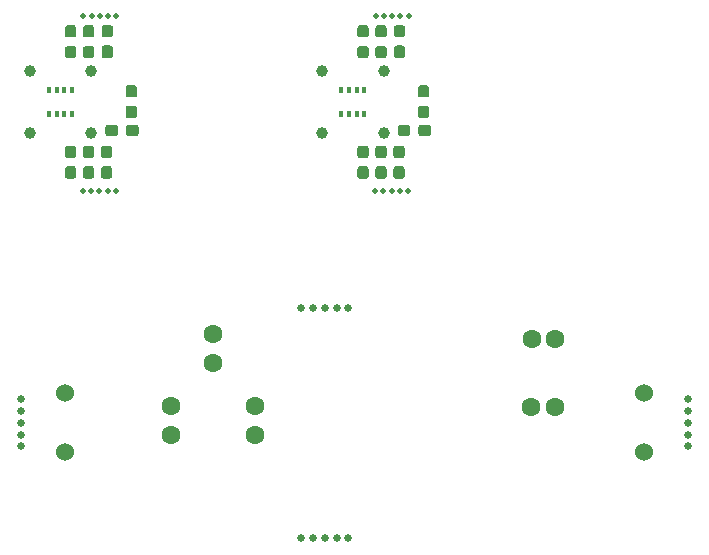
<source format=gbr>
%TF.GenerationSoftware,KiCad,Pcbnew,(5.1.0-1220-ga833aeeac)*%
%TF.CreationDate,2019-07-10T01:08:44+03:00*%
%TF.ProjectId,proto_II_panel,70726f74-6f5f-4494-995f-70616e656c2e,rev?*%
%TF.SameCoordinates,Original*%
%TF.FileFunction,Soldermask,Bot*%
%TF.FilePolarity,Negative*%
%FSLAX46Y46*%
G04 Gerber Fmt 4.6, Leading zero omitted, Abs format (unit mm)*
G04 Created by KiCad (PCBNEW (5.1.0-1220-ga833aeeac)) date 2019-07-10 01:08:44*
%MOMM*%
%LPD*%
G04 APERTURE LIST*
%ADD10C,0.160000*%
%ADD11C,0.950000*%
%ADD12C,0.500000*%
%ADD13C,1.000000*%
%ADD14R,0.350000X0.500000*%
%ADD15C,0.650000*%
%ADD16C,1.524000*%
%ADD17C,1.600000*%
G04 APERTURE END LIST*
D10*
G36*
X81553387Y-58593078D02*
G01*
X81630438Y-58644561D01*
X81681921Y-58721612D01*
X81700000Y-58812499D01*
X81700000Y-59387499D01*
X81681921Y-59478386D01*
X81630438Y-59555437D01*
X81553387Y-59606920D01*
X81462500Y-59624999D01*
X80987500Y-59624999D01*
X80896613Y-59606920D01*
X80819562Y-59555437D01*
X80768079Y-59478386D01*
X80750000Y-59387499D01*
X80750000Y-58812499D01*
X80768079Y-58721612D01*
X80819562Y-58644561D01*
X80896613Y-58593078D01*
X80987500Y-58574999D01*
X81462500Y-58574999D01*
X81553387Y-58593078D01*
X81553387Y-58593078D01*
G37*
D11*
X81225000Y-59099999D03*
D10*
G36*
X81553387Y-56843078D02*
G01*
X81630438Y-56894561D01*
X81681921Y-56971612D01*
X81700000Y-57062499D01*
X81700000Y-57637499D01*
X81681921Y-57728386D01*
X81630438Y-57805437D01*
X81553387Y-57856920D01*
X81462500Y-57874999D01*
X80987500Y-57874999D01*
X80896613Y-57856920D01*
X80819562Y-57805437D01*
X80768079Y-57728386D01*
X80750000Y-57637499D01*
X80750000Y-57062499D01*
X80768079Y-56971612D01*
X80819562Y-56894561D01*
X80896613Y-56843078D01*
X80987500Y-56824999D01*
X81462500Y-56824999D01*
X81553387Y-56843078D01*
X81553387Y-56843078D01*
G37*
D11*
X81225000Y-57349999D03*
D12*
X83700000Y-56050000D03*
X84400000Y-56050000D03*
X85100000Y-56050000D03*
X83000000Y-56050000D03*
X82300000Y-56050000D03*
X85050000Y-70850000D03*
X84350000Y-70850000D03*
X82250000Y-70850000D03*
X82950000Y-70850000D03*
X83650000Y-70850000D03*
D10*
G36*
X84603387Y-67043079D02*
G01*
X84680438Y-67094562D01*
X84731921Y-67171613D01*
X84750000Y-67262500D01*
X84750000Y-67837500D01*
X84731921Y-67928387D01*
X84680438Y-68005438D01*
X84603387Y-68056921D01*
X84512500Y-68075000D01*
X84037500Y-68075000D01*
X83946613Y-68056921D01*
X83869562Y-68005438D01*
X83818079Y-67928387D01*
X83800000Y-67837500D01*
X83800000Y-67262500D01*
X83818079Y-67171613D01*
X83869562Y-67094562D01*
X83946613Y-67043079D01*
X84037500Y-67025000D01*
X84512500Y-67025000D01*
X84603387Y-67043079D01*
X84603387Y-67043079D01*
G37*
D11*
X84275000Y-67550000D03*
D10*
G36*
X84603387Y-68793079D02*
G01*
X84680438Y-68844562D01*
X84731921Y-68921613D01*
X84750000Y-69012500D01*
X84750000Y-69587500D01*
X84731921Y-69678387D01*
X84680438Y-69755438D01*
X84603387Y-69806921D01*
X84512500Y-69825000D01*
X84037500Y-69825000D01*
X83946613Y-69806921D01*
X83869562Y-69755438D01*
X83818079Y-69678387D01*
X83800000Y-69587500D01*
X83800000Y-69012500D01*
X83818079Y-68921613D01*
X83869562Y-68844562D01*
X83946613Y-68793079D01*
X84037500Y-68775000D01*
X84512500Y-68775000D01*
X84603387Y-68793079D01*
X84603387Y-68793079D01*
G37*
D11*
X84275000Y-69300000D03*
D10*
G36*
X86828387Y-65268079D02*
G01*
X86905438Y-65319562D01*
X86956921Y-65396613D01*
X86975000Y-65487500D01*
X86975000Y-65962500D01*
X86956921Y-66053387D01*
X86905438Y-66130438D01*
X86828387Y-66181921D01*
X86737500Y-66200000D01*
X86162500Y-66200000D01*
X86071613Y-66181921D01*
X85994562Y-66130438D01*
X85943079Y-66053387D01*
X85925000Y-65962500D01*
X85925000Y-65487500D01*
X85943079Y-65396613D01*
X85994562Y-65319562D01*
X86071613Y-65268079D01*
X86162500Y-65250000D01*
X86737500Y-65250000D01*
X86828387Y-65268079D01*
X86828387Y-65268079D01*
G37*
D11*
X86450000Y-65725000D03*
D10*
G36*
X85078387Y-65268079D02*
G01*
X85155438Y-65319562D01*
X85206921Y-65396613D01*
X85225000Y-65487500D01*
X85225000Y-65962500D01*
X85206921Y-66053387D01*
X85155438Y-66130438D01*
X85078387Y-66181921D01*
X84987500Y-66200000D01*
X84412500Y-66200000D01*
X84321613Y-66181921D01*
X84244562Y-66130438D01*
X84193079Y-66053387D01*
X84175000Y-65962500D01*
X84175000Y-65487500D01*
X84193079Y-65396613D01*
X84244562Y-65319562D01*
X84321613Y-65268079D01*
X84412500Y-65250000D01*
X84987500Y-65250000D01*
X85078387Y-65268079D01*
X85078387Y-65268079D01*
G37*
D11*
X84700000Y-65725000D03*
D10*
G36*
X86678387Y-63668080D02*
G01*
X86755438Y-63719563D01*
X86806921Y-63796614D01*
X86825000Y-63887501D01*
X86825000Y-64462501D01*
X86806921Y-64553388D01*
X86755438Y-64630439D01*
X86678387Y-64681922D01*
X86587500Y-64700001D01*
X86112500Y-64700001D01*
X86021613Y-64681922D01*
X85944562Y-64630439D01*
X85893079Y-64553388D01*
X85875000Y-64462501D01*
X85875000Y-63887501D01*
X85893079Y-63796614D01*
X85944562Y-63719563D01*
X86021613Y-63668080D01*
X86112500Y-63650001D01*
X86587500Y-63650001D01*
X86678387Y-63668080D01*
X86678387Y-63668080D01*
G37*
D11*
X86350000Y-64175001D03*
D10*
G36*
X86678387Y-61918080D02*
G01*
X86755438Y-61969563D01*
X86806921Y-62046614D01*
X86825000Y-62137501D01*
X86825000Y-62712501D01*
X86806921Y-62803388D01*
X86755438Y-62880439D01*
X86678387Y-62931922D01*
X86587500Y-62950001D01*
X86112500Y-62950001D01*
X86021613Y-62931922D01*
X85944562Y-62880439D01*
X85893079Y-62803388D01*
X85875000Y-62712501D01*
X85875000Y-62137501D01*
X85893079Y-62046614D01*
X85944562Y-61969563D01*
X86021613Y-61918080D01*
X86112500Y-61900001D01*
X86587500Y-61900001D01*
X86678387Y-61918080D01*
X86678387Y-61918080D01*
G37*
D11*
X86350000Y-62425001D03*
D10*
G36*
X83078387Y-67043079D02*
G01*
X83155438Y-67094562D01*
X83206921Y-67171613D01*
X83225000Y-67262500D01*
X83225000Y-67837500D01*
X83206921Y-67928387D01*
X83155438Y-68005438D01*
X83078387Y-68056921D01*
X82987500Y-68075000D01*
X82512500Y-68075000D01*
X82421613Y-68056921D01*
X82344562Y-68005438D01*
X82293079Y-67928387D01*
X82275000Y-67837500D01*
X82275000Y-67262500D01*
X82293079Y-67171613D01*
X82344562Y-67094562D01*
X82421613Y-67043079D01*
X82512500Y-67025000D01*
X82987500Y-67025000D01*
X83078387Y-67043079D01*
X83078387Y-67043079D01*
G37*
D11*
X82750000Y-67550000D03*
D10*
G36*
X83078387Y-68793079D02*
G01*
X83155438Y-68844562D01*
X83206921Y-68921613D01*
X83225000Y-69012500D01*
X83225000Y-69587500D01*
X83206921Y-69678387D01*
X83155438Y-69755438D01*
X83078387Y-69806921D01*
X82987500Y-69825000D01*
X82512500Y-69825000D01*
X82421613Y-69806921D01*
X82344562Y-69755438D01*
X82293079Y-69678387D01*
X82275000Y-69587500D01*
X82275000Y-69012500D01*
X82293079Y-68921613D01*
X82344562Y-68844562D01*
X82421613Y-68793079D01*
X82512500Y-68775000D01*
X82987500Y-68775000D01*
X83078387Y-68793079D01*
X83078387Y-68793079D01*
G37*
D11*
X82750000Y-69300000D03*
D13*
X82975000Y-60750000D03*
X77775000Y-60750000D03*
X82975000Y-65950000D03*
X77775000Y-65950000D03*
D14*
X81350000Y-64375000D03*
X80700000Y-64375000D03*
X80050000Y-64375000D03*
X79400000Y-64375000D03*
X79400000Y-62325000D03*
X80050000Y-62325000D03*
X80700000Y-62325000D03*
X81350000Y-62325000D03*
D10*
G36*
X81553387Y-67043079D02*
G01*
X81630438Y-67094562D01*
X81681921Y-67171613D01*
X81700000Y-67262500D01*
X81700000Y-67837500D01*
X81681921Y-67928387D01*
X81630438Y-68005438D01*
X81553387Y-68056921D01*
X81462500Y-68075000D01*
X80987500Y-68075000D01*
X80896613Y-68056921D01*
X80819562Y-68005438D01*
X80768079Y-67928387D01*
X80750000Y-67837500D01*
X80750000Y-67262500D01*
X80768079Y-67171613D01*
X80819562Y-67094562D01*
X80896613Y-67043079D01*
X80987500Y-67025000D01*
X81462500Y-67025000D01*
X81553387Y-67043079D01*
X81553387Y-67043079D01*
G37*
D11*
X81225000Y-67550000D03*
D10*
G36*
X81553387Y-68793079D02*
G01*
X81630438Y-68844562D01*
X81681921Y-68921613D01*
X81700000Y-69012500D01*
X81700000Y-69587500D01*
X81681921Y-69678387D01*
X81630438Y-69755438D01*
X81553387Y-69806921D01*
X81462500Y-69825000D01*
X80987500Y-69825000D01*
X80896613Y-69806921D01*
X80819562Y-69755438D01*
X80768079Y-69678387D01*
X80750000Y-69587500D01*
X80750000Y-69012500D01*
X80768079Y-68921613D01*
X80819562Y-68844562D01*
X80896613Y-68793079D01*
X80987500Y-68775000D01*
X81462500Y-68775000D01*
X81553387Y-68793079D01*
X81553387Y-68793079D01*
G37*
D11*
X81225000Y-69300000D03*
D10*
G36*
X83078387Y-58593078D02*
G01*
X83155438Y-58644561D01*
X83206921Y-58721612D01*
X83225000Y-58812499D01*
X83225000Y-59387499D01*
X83206921Y-59478386D01*
X83155438Y-59555437D01*
X83078387Y-59606920D01*
X82987500Y-59624999D01*
X82512500Y-59624999D01*
X82421613Y-59606920D01*
X82344562Y-59555437D01*
X82293079Y-59478386D01*
X82275000Y-59387499D01*
X82275000Y-58812499D01*
X82293079Y-58721612D01*
X82344562Y-58644561D01*
X82421613Y-58593078D01*
X82512500Y-58574999D01*
X82987500Y-58574999D01*
X83078387Y-58593078D01*
X83078387Y-58593078D01*
G37*
D11*
X82750000Y-59099999D03*
D10*
G36*
X83078387Y-56843078D02*
G01*
X83155438Y-56894561D01*
X83206921Y-56971612D01*
X83225000Y-57062499D01*
X83225000Y-57637499D01*
X83206921Y-57728386D01*
X83155438Y-57805437D01*
X83078387Y-57856920D01*
X82987500Y-57874999D01*
X82512500Y-57874999D01*
X82421613Y-57856920D01*
X82344562Y-57805437D01*
X82293079Y-57728386D01*
X82275000Y-57637499D01*
X82275000Y-57062499D01*
X82293079Y-56971612D01*
X82344562Y-56894561D01*
X82421613Y-56843078D01*
X82512500Y-56824999D01*
X82987500Y-56824999D01*
X83078387Y-56843078D01*
X83078387Y-56843078D01*
G37*
D11*
X82750000Y-57349999D03*
D10*
G36*
X84653387Y-58568079D02*
G01*
X84730438Y-58619562D01*
X84781921Y-58696613D01*
X84800000Y-58787500D01*
X84800000Y-59362500D01*
X84781921Y-59453387D01*
X84730438Y-59530438D01*
X84653387Y-59581921D01*
X84562500Y-59600000D01*
X84087500Y-59600000D01*
X83996613Y-59581921D01*
X83919562Y-59530438D01*
X83868079Y-59453387D01*
X83850000Y-59362500D01*
X83850000Y-58787500D01*
X83868079Y-58696613D01*
X83919562Y-58619562D01*
X83996613Y-58568079D01*
X84087500Y-58550000D01*
X84562500Y-58550000D01*
X84653387Y-58568079D01*
X84653387Y-58568079D01*
G37*
D11*
X84325000Y-59075000D03*
D10*
G36*
X84653387Y-56818079D02*
G01*
X84730438Y-56869562D01*
X84781921Y-56946613D01*
X84800000Y-57037500D01*
X84800000Y-57612500D01*
X84781921Y-57703387D01*
X84730438Y-57780438D01*
X84653387Y-57831921D01*
X84562500Y-57850000D01*
X84087500Y-57850000D01*
X83996613Y-57831921D01*
X83919562Y-57780438D01*
X83868079Y-57703387D01*
X83850000Y-57612500D01*
X83850000Y-57037500D01*
X83868079Y-56946613D01*
X83919562Y-56869562D01*
X83996613Y-56818079D01*
X84087500Y-56800000D01*
X84562500Y-56800000D01*
X84653387Y-56818079D01*
X84653387Y-56818079D01*
G37*
D11*
X84325000Y-57325000D03*
D12*
X57550000Y-56050000D03*
X58250000Y-56050000D03*
X60350000Y-56050000D03*
X59650000Y-56050000D03*
X58950000Y-56050000D03*
X58900000Y-70850000D03*
X58200000Y-70850000D03*
X57500000Y-70850000D03*
X59600000Y-70850000D03*
X60300000Y-70850000D03*
D10*
G36*
X59903387Y-56818079D02*
G01*
X59980438Y-56869562D01*
X60031921Y-56946613D01*
X60050000Y-57037500D01*
X60050000Y-57612500D01*
X60031921Y-57703387D01*
X59980438Y-57780438D01*
X59903387Y-57831921D01*
X59812500Y-57850000D01*
X59337500Y-57850000D01*
X59246613Y-57831921D01*
X59169562Y-57780438D01*
X59118079Y-57703387D01*
X59100000Y-57612500D01*
X59100000Y-57037500D01*
X59118079Y-56946613D01*
X59169562Y-56869562D01*
X59246613Y-56818079D01*
X59337500Y-56800000D01*
X59812500Y-56800000D01*
X59903387Y-56818079D01*
X59903387Y-56818079D01*
G37*
D11*
X59575000Y-57325000D03*
D10*
G36*
X59903387Y-58568079D02*
G01*
X59980438Y-58619562D01*
X60031921Y-58696613D01*
X60050000Y-58787500D01*
X60050000Y-59362500D01*
X60031921Y-59453387D01*
X59980438Y-59530438D01*
X59903387Y-59581921D01*
X59812500Y-59600000D01*
X59337500Y-59600000D01*
X59246613Y-59581921D01*
X59169562Y-59530438D01*
X59118079Y-59453387D01*
X59100000Y-59362500D01*
X59100000Y-58787500D01*
X59118079Y-58696613D01*
X59169562Y-58619562D01*
X59246613Y-58568079D01*
X59337500Y-58550000D01*
X59812500Y-58550000D01*
X59903387Y-58568079D01*
X59903387Y-58568079D01*
G37*
D11*
X59575000Y-59075000D03*
D10*
G36*
X58328387Y-56843078D02*
G01*
X58405438Y-56894561D01*
X58456921Y-56971612D01*
X58475000Y-57062499D01*
X58475000Y-57637499D01*
X58456921Y-57728386D01*
X58405438Y-57805437D01*
X58328387Y-57856920D01*
X58237500Y-57874999D01*
X57762500Y-57874999D01*
X57671613Y-57856920D01*
X57594562Y-57805437D01*
X57543079Y-57728386D01*
X57525000Y-57637499D01*
X57525000Y-57062499D01*
X57543079Y-56971612D01*
X57594562Y-56894561D01*
X57671613Y-56843078D01*
X57762500Y-56824999D01*
X58237500Y-56824999D01*
X58328387Y-56843078D01*
X58328387Y-56843078D01*
G37*
D11*
X58000000Y-57349999D03*
D10*
G36*
X58328387Y-58593078D02*
G01*
X58405438Y-58644561D01*
X58456921Y-58721612D01*
X58475000Y-58812499D01*
X58475000Y-59387499D01*
X58456921Y-59478386D01*
X58405438Y-59555437D01*
X58328387Y-59606920D01*
X58237500Y-59624999D01*
X57762500Y-59624999D01*
X57671613Y-59606920D01*
X57594562Y-59555437D01*
X57543079Y-59478386D01*
X57525000Y-59387499D01*
X57525000Y-58812499D01*
X57543079Y-58721612D01*
X57594562Y-58644561D01*
X57671613Y-58593078D01*
X57762500Y-58574999D01*
X58237500Y-58574999D01*
X58328387Y-58593078D01*
X58328387Y-58593078D01*
G37*
D11*
X58000000Y-59099999D03*
D10*
G36*
X56803387Y-68793079D02*
G01*
X56880438Y-68844562D01*
X56931921Y-68921613D01*
X56950000Y-69012500D01*
X56950000Y-69587500D01*
X56931921Y-69678387D01*
X56880438Y-69755438D01*
X56803387Y-69806921D01*
X56712500Y-69825000D01*
X56237500Y-69825000D01*
X56146613Y-69806921D01*
X56069562Y-69755438D01*
X56018079Y-69678387D01*
X56000000Y-69587500D01*
X56000000Y-69012500D01*
X56018079Y-68921613D01*
X56069562Y-68844562D01*
X56146613Y-68793079D01*
X56237500Y-68775000D01*
X56712500Y-68775000D01*
X56803387Y-68793079D01*
X56803387Y-68793079D01*
G37*
D11*
X56475000Y-69300000D03*
D10*
G36*
X56803387Y-67043079D02*
G01*
X56880438Y-67094562D01*
X56931921Y-67171613D01*
X56950000Y-67262500D01*
X56950000Y-67837500D01*
X56931921Y-67928387D01*
X56880438Y-68005438D01*
X56803387Y-68056921D01*
X56712500Y-68075000D01*
X56237500Y-68075000D01*
X56146613Y-68056921D01*
X56069562Y-68005438D01*
X56018079Y-67928387D01*
X56000000Y-67837500D01*
X56000000Y-67262500D01*
X56018079Y-67171613D01*
X56069562Y-67094562D01*
X56146613Y-67043079D01*
X56237500Y-67025000D01*
X56712500Y-67025000D01*
X56803387Y-67043079D01*
X56803387Y-67043079D01*
G37*
D11*
X56475000Y-67550000D03*
D14*
X56600000Y-62325000D03*
X55950000Y-62325000D03*
X55300000Y-62325000D03*
X54650000Y-62325000D03*
X54650000Y-64375000D03*
X55300000Y-64375000D03*
X55950000Y-64375000D03*
X56600000Y-64375000D03*
D13*
X53025000Y-65950000D03*
X58225000Y-65950000D03*
X53025000Y-60750000D03*
X58225000Y-60750000D03*
D10*
G36*
X58328387Y-68793079D02*
G01*
X58405438Y-68844562D01*
X58456921Y-68921613D01*
X58475000Y-69012500D01*
X58475000Y-69587500D01*
X58456921Y-69678387D01*
X58405438Y-69755438D01*
X58328387Y-69806921D01*
X58237500Y-69825000D01*
X57762500Y-69825000D01*
X57671613Y-69806921D01*
X57594562Y-69755438D01*
X57543079Y-69678387D01*
X57525000Y-69587500D01*
X57525000Y-69012500D01*
X57543079Y-68921613D01*
X57594562Y-68844562D01*
X57671613Y-68793079D01*
X57762500Y-68775000D01*
X58237500Y-68775000D01*
X58328387Y-68793079D01*
X58328387Y-68793079D01*
G37*
D11*
X58000000Y-69300000D03*
D10*
G36*
X58328387Y-67043079D02*
G01*
X58405438Y-67094562D01*
X58456921Y-67171613D01*
X58475000Y-67262500D01*
X58475000Y-67837500D01*
X58456921Y-67928387D01*
X58405438Y-68005438D01*
X58328387Y-68056921D01*
X58237500Y-68075000D01*
X57762500Y-68075000D01*
X57671613Y-68056921D01*
X57594562Y-68005438D01*
X57543079Y-67928387D01*
X57525000Y-67837500D01*
X57525000Y-67262500D01*
X57543079Y-67171613D01*
X57594562Y-67094562D01*
X57671613Y-67043079D01*
X57762500Y-67025000D01*
X58237500Y-67025000D01*
X58328387Y-67043079D01*
X58328387Y-67043079D01*
G37*
D11*
X58000000Y-67550000D03*
D10*
G36*
X61928387Y-61918080D02*
G01*
X62005438Y-61969563D01*
X62056921Y-62046614D01*
X62075000Y-62137501D01*
X62075000Y-62712501D01*
X62056921Y-62803388D01*
X62005438Y-62880439D01*
X61928387Y-62931922D01*
X61837500Y-62950001D01*
X61362500Y-62950001D01*
X61271613Y-62931922D01*
X61194562Y-62880439D01*
X61143079Y-62803388D01*
X61125000Y-62712501D01*
X61125000Y-62137501D01*
X61143079Y-62046614D01*
X61194562Y-61969563D01*
X61271613Y-61918080D01*
X61362500Y-61900001D01*
X61837500Y-61900001D01*
X61928387Y-61918080D01*
X61928387Y-61918080D01*
G37*
D11*
X61600000Y-62425001D03*
D10*
G36*
X61928387Y-63668080D02*
G01*
X62005438Y-63719563D01*
X62056921Y-63796614D01*
X62075000Y-63887501D01*
X62075000Y-64462501D01*
X62056921Y-64553388D01*
X62005438Y-64630439D01*
X61928387Y-64681922D01*
X61837500Y-64700001D01*
X61362500Y-64700001D01*
X61271613Y-64681922D01*
X61194562Y-64630439D01*
X61143079Y-64553388D01*
X61125000Y-64462501D01*
X61125000Y-63887501D01*
X61143079Y-63796614D01*
X61194562Y-63719563D01*
X61271613Y-63668080D01*
X61362500Y-63650001D01*
X61837500Y-63650001D01*
X61928387Y-63668080D01*
X61928387Y-63668080D01*
G37*
D11*
X61600000Y-64175001D03*
D10*
G36*
X60328387Y-65268079D02*
G01*
X60405438Y-65319562D01*
X60456921Y-65396613D01*
X60475000Y-65487500D01*
X60475000Y-65962500D01*
X60456921Y-66053387D01*
X60405438Y-66130438D01*
X60328387Y-66181921D01*
X60237500Y-66200000D01*
X59662500Y-66200000D01*
X59571613Y-66181921D01*
X59494562Y-66130438D01*
X59443079Y-66053387D01*
X59425000Y-65962500D01*
X59425000Y-65487500D01*
X59443079Y-65396613D01*
X59494562Y-65319562D01*
X59571613Y-65268079D01*
X59662500Y-65250000D01*
X60237500Y-65250000D01*
X60328387Y-65268079D01*
X60328387Y-65268079D01*
G37*
D11*
X59950000Y-65725000D03*
D10*
G36*
X62078387Y-65268079D02*
G01*
X62155438Y-65319562D01*
X62206921Y-65396613D01*
X62225000Y-65487500D01*
X62225000Y-65962500D01*
X62206921Y-66053387D01*
X62155438Y-66130438D01*
X62078387Y-66181921D01*
X61987500Y-66200000D01*
X61412500Y-66200000D01*
X61321613Y-66181921D01*
X61244562Y-66130438D01*
X61193079Y-66053387D01*
X61175000Y-65962500D01*
X61175000Y-65487500D01*
X61193079Y-65396613D01*
X61244562Y-65319562D01*
X61321613Y-65268079D01*
X61412500Y-65250000D01*
X61987500Y-65250000D01*
X62078387Y-65268079D01*
X62078387Y-65268079D01*
G37*
D11*
X61700000Y-65725000D03*
D10*
G36*
X59853387Y-68793079D02*
G01*
X59930438Y-68844562D01*
X59981921Y-68921613D01*
X60000000Y-69012500D01*
X60000000Y-69587500D01*
X59981921Y-69678387D01*
X59930438Y-69755438D01*
X59853387Y-69806921D01*
X59762500Y-69825000D01*
X59287500Y-69825000D01*
X59196613Y-69806921D01*
X59119562Y-69755438D01*
X59068079Y-69678387D01*
X59050000Y-69587500D01*
X59050000Y-69012500D01*
X59068079Y-68921613D01*
X59119562Y-68844562D01*
X59196613Y-68793079D01*
X59287500Y-68775000D01*
X59762500Y-68775000D01*
X59853387Y-68793079D01*
X59853387Y-68793079D01*
G37*
D11*
X59525000Y-69300000D03*
D10*
G36*
X59853387Y-67043079D02*
G01*
X59930438Y-67094562D01*
X59981921Y-67171613D01*
X60000000Y-67262500D01*
X60000000Y-67837500D01*
X59981921Y-67928387D01*
X59930438Y-68005438D01*
X59853387Y-68056921D01*
X59762500Y-68075000D01*
X59287500Y-68075000D01*
X59196613Y-68056921D01*
X59119562Y-68005438D01*
X59068079Y-67928387D01*
X59050000Y-67837500D01*
X59050000Y-67262500D01*
X59068079Y-67171613D01*
X59119562Y-67094562D01*
X59196613Y-67043079D01*
X59287500Y-67025000D01*
X59762500Y-67025000D01*
X59853387Y-67043079D01*
X59853387Y-67043079D01*
G37*
D11*
X59525000Y-67550000D03*
D10*
G36*
X56803387Y-56843078D02*
G01*
X56880438Y-56894561D01*
X56931921Y-56971612D01*
X56950000Y-57062499D01*
X56950000Y-57637499D01*
X56931921Y-57728386D01*
X56880438Y-57805437D01*
X56803387Y-57856920D01*
X56712500Y-57874999D01*
X56237500Y-57874999D01*
X56146613Y-57856920D01*
X56069562Y-57805437D01*
X56018079Y-57728386D01*
X56000000Y-57637499D01*
X56000000Y-57062499D01*
X56018079Y-56971612D01*
X56069562Y-56894561D01*
X56146613Y-56843078D01*
X56237500Y-56824999D01*
X56712500Y-56824999D01*
X56803387Y-56843078D01*
X56803387Y-56843078D01*
G37*
D11*
X56475000Y-57349999D03*
D10*
G36*
X56803387Y-58593078D02*
G01*
X56880438Y-58644561D01*
X56931921Y-58721612D01*
X56950000Y-58812499D01*
X56950000Y-59387499D01*
X56931921Y-59478386D01*
X56880438Y-59555437D01*
X56803387Y-59606920D01*
X56712500Y-59624999D01*
X56237500Y-59624999D01*
X56146613Y-59606920D01*
X56069562Y-59555437D01*
X56018079Y-59478386D01*
X56000000Y-59387499D01*
X56000000Y-58812499D01*
X56018079Y-58721612D01*
X56069562Y-58644561D01*
X56146613Y-58593078D01*
X56237500Y-58574999D01*
X56712500Y-58574999D01*
X56803387Y-58593078D01*
X56803387Y-58593078D01*
G37*
D11*
X56475000Y-59099999D03*
D15*
X76000000Y-100250000D03*
X77000000Y-100250000D03*
X78000000Y-100250000D03*
X79000000Y-100250000D03*
X80000000Y-100250000D03*
X80000000Y-80750000D03*
X79000000Y-80750000D03*
X78000000Y-80750000D03*
X77000000Y-80750000D03*
X76000000Y-80750000D03*
X108750000Y-92500000D03*
X108750000Y-91500000D03*
X108750000Y-90500000D03*
X108750000Y-89500000D03*
X108750000Y-88500000D03*
X52250000Y-88500000D03*
X52250000Y-89500000D03*
X52250000Y-90500000D03*
X52250000Y-91500000D03*
X52250000Y-92500000D03*
D16*
X56000000Y-93000000D03*
X56000000Y-88000000D03*
X105000000Y-88000000D03*
X105000000Y-93000000D03*
D17*
X72100000Y-89075000D03*
X72100000Y-91575000D03*
X65000000Y-89050000D03*
X65000000Y-91550000D03*
X68525000Y-82975000D03*
X68525000Y-85475000D03*
X97450000Y-89125000D03*
X95450000Y-89125000D03*
X97500000Y-83375000D03*
X95500000Y-83375000D03*
M02*

</source>
